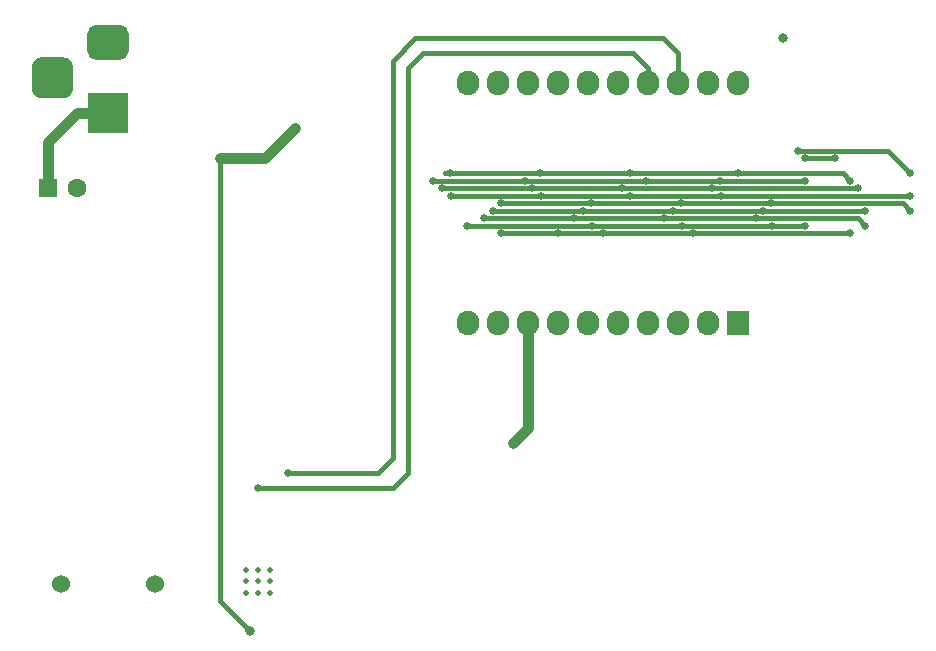
<source format=gbr>
%TF.GenerationSoftware,KiCad,Pcbnew,5.1.8+dfsg1-1+b1*%
%TF.CreationDate,2021-07-06T16:13:43-05:00*%
%TF.ProjectId,mqtt-thermocouple,6d717474-2d74-4686-9572-6d6f636f7570,A*%
%TF.SameCoordinates,Original*%
%TF.FileFunction,Copper,L2,Bot*%
%TF.FilePolarity,Positive*%
%FSLAX46Y46*%
G04 Gerber Fmt 4.6, Leading zero omitted, Abs format (unit mm)*
G04 Created by KiCad (PCBNEW 5.1.8+dfsg1-1+b1) date 2021-07-06 16:13:43*
%MOMM*%
%LPD*%
G01*
G04 APERTURE LIST*
%TA.AperFunction,ComponentPad*%
%ADD10O,1.900000X2.100000*%
%TD*%
%TA.AperFunction,ComponentPad*%
%ADD11R,1.900000X2.100000*%
%TD*%
%TA.AperFunction,ComponentPad*%
%ADD12C,1.524000*%
%TD*%
%TA.AperFunction,ComponentPad*%
%ADD13C,0.500000*%
%TD*%
%TA.AperFunction,ComponentPad*%
%ADD14C,1.600000*%
%TD*%
%TA.AperFunction,ComponentPad*%
%ADD15R,1.600000X1.600000*%
%TD*%
%TA.AperFunction,ComponentPad*%
%ADD16R,3.500000X3.500000*%
%TD*%
%TA.AperFunction,ViaPad*%
%ADD17C,0.800000*%
%TD*%
%TA.AperFunction,ViaPad*%
%ADD18C,0.635000*%
%TD*%
%TA.AperFunction,Conductor*%
%ADD19C,0.889000*%
%TD*%
%TA.AperFunction,Conductor*%
%ADD20C,0.381000*%
%TD*%
G04 APERTURE END LIST*
D10*
%TO.P,A1,11*%
%TO.N,GND*%
X93980000Y-50800000D03*
%TO.P,A1,10*%
X93980000Y-71120000D03*
%TO.P,A1,12*%
%TO.N,N/C*%
X96520000Y-50800000D03*
%TO.P,A1,9*%
X96520000Y-71120000D03*
%TO.P,A1,13*%
%TO.N,+3V3*%
X99060000Y-50800000D03*
%TO.P,A1,8*%
%TO.N,+5V*%
X99060000Y-71120000D03*
%TO.P,A1,14*%
%TO.N,Net-(A1-Pad14)*%
X101600000Y-50800000D03*
%TO.P,A1,7*%
%TO.N,MOSI*%
X101600000Y-71120000D03*
%TO.P,A1,15*%
%TO.N,N/C*%
X104140000Y-50800000D03*
%TO.P,A1,6*%
%TO.N,/display/~CS~*%
X104140000Y-71120000D03*
%TO.P,A1,16*%
%TO.N,N/C*%
X106680000Y-50800000D03*
%TO.P,A1,5*%
%TO.N,SCK*%
X106680000Y-71120000D03*
%TO.P,A1,17*%
%TO.N,SDA*%
X109220000Y-50800000D03*
%TO.P,A1,4*%
%TO.N,Net-(A1-Pad1)*%
X109220000Y-71120000D03*
%TO.P,A1,18*%
%TO.N,SCL*%
X111760000Y-50800000D03*
%TO.P,A1,3*%
%TO.N,N/C*%
X111760000Y-71120000D03*
%TO.P,A1,19*%
X114300000Y-50800000D03*
%TO.P,A1,2*%
X114300000Y-71120000D03*
%TO.P,A1,20*%
X116840000Y-50800000D03*
D11*
%TO.P,A1,1*%
%TO.N,Net-(A1-Pad1)*%
X116840000Y-71120000D03*
%TD*%
D12*
%TO.P,TC1,2*%
%TO.N,Net-(TC1-Pad2)*%
X59550300Y-93218000D03*
%TO.P,TC1,1*%
%TO.N,Net-(TC1-Pad1)*%
X67449700Y-93218000D03*
%TD*%
D13*
%TO.P,U1,30*%
%TO.N,Net-(U1-Pad21)*%
X77200000Y-93980000D03*
%TO.P,U1,29*%
X76200000Y-93980000D03*
%TO.P,U1,28*%
X75200000Y-93980000D03*
%TO.P,U1,27*%
X77200000Y-92980000D03*
%TO.P,U1,26*%
X76200000Y-92980000D03*
%TO.P,U1,24*%
X77200000Y-91980000D03*
%TO.P,U1,23*%
X76200000Y-91980000D03*
%TO.P,U1,22*%
X75200000Y-91980000D03*
%TO.P,U1,25*%
X75200000Y-92980000D03*
%TD*%
D14*
%TO.P,C1,2*%
%TO.N,GND*%
X60920000Y-59690000D03*
D15*
%TO.P,C1,1*%
%TO.N,Net-(C1-Pad1)*%
X58420000Y-59690000D03*
%TD*%
%TO.P,J1,3*%
%TO.N,N/C*%
%TA.AperFunction,ComponentPad*%
G36*
G01*
X57925000Y-48590000D02*
X59675000Y-48590000D01*
G75*
G02*
X60550000Y-49465000I0J-875000D01*
G01*
X60550000Y-51215000D01*
G75*
G02*
X59675000Y-52090000I-875000J0D01*
G01*
X57925000Y-52090000D01*
G75*
G02*
X57050000Y-51215000I0J875000D01*
G01*
X57050000Y-49465000D01*
G75*
G02*
X57925000Y-48590000I875000J0D01*
G01*
G37*
%TD.AperFunction*%
%TO.P,J1,2*%
%TO.N,GND*%
%TA.AperFunction,ComponentPad*%
G36*
G01*
X62500000Y-45840000D02*
X64500000Y-45840000D01*
G75*
G02*
X65250000Y-46590000I0J-750000D01*
G01*
X65250000Y-48090000D01*
G75*
G02*
X64500000Y-48840000I-750000J0D01*
G01*
X62500000Y-48840000D01*
G75*
G02*
X61750000Y-48090000I0J750000D01*
G01*
X61750000Y-46590000D01*
G75*
G02*
X62500000Y-45840000I750000J0D01*
G01*
G37*
%TD.AperFunction*%
D16*
%TO.P,J1,1*%
%TO.N,Net-(C1-Pad1)*%
X63500000Y-53340000D03*
%TD*%
D17*
%TO.N,GND*%
X120650000Y-46990000D03*
%TO.N,+5V*%
X97790000Y-81280000D03*
%TO.N,+3V3*%
X75565000Y-97155000D03*
X73025000Y-57150000D03*
X79375000Y-54610000D03*
D18*
%TO.N,SDA*%
X76200000Y-85090000D03*
%TO.N,SCL*%
X78740000Y-83820000D03*
%TO.N,/display/SEG2*%
X91059000Y-59055000D03*
X115316000Y-59055000D03*
X109093000Y-59055000D03*
X98806000Y-59055000D03*
X122555000Y-59055000D03*
%TO.N,/display/SEG3*%
X92499000Y-58377000D03*
X100076000Y-58420000D03*
X107696000Y-58420000D03*
X116840000Y-58420000D03*
X126365000Y-59055000D03*
%TO.N,/display/SEG0*%
X93929200Y-62865000D03*
X119761000Y-62865000D03*
X104444800Y-62865000D03*
X112115600Y-62865000D03*
X122555000Y-62865000D03*
%TO.N,/display/SEG8*%
X95351600Y-62230000D03*
X102997000Y-62230000D03*
X110617000Y-62230000D03*
X118364000Y-62230000D03*
X127635000Y-62865000D03*
%TO.N,/display/SEG7*%
X112014000Y-60960000D03*
X119634000Y-60960000D03*
X96799400Y-60960000D03*
X104394000Y-60960000D03*
X131445000Y-61595000D03*
%TO.N,/display/SEG1*%
X105410000Y-63500000D03*
X96799400Y-63500000D03*
X113030000Y-63500000D03*
X101600000Y-63500000D03*
X126365000Y-63500000D03*
%TO.N,/display/SEG6*%
X96139000Y-61595000D03*
X111379000Y-61595000D03*
X103759000Y-61595000D03*
X118999000Y-61595000D03*
X127635000Y-61595000D03*
%TO.N,/display/SEG5*%
X115443000Y-60325000D03*
X92506800Y-60325000D03*
X100203000Y-60325000D03*
X107696000Y-60325000D03*
X131445000Y-60325000D03*
%TO.N,/display/SEG4*%
X114681000Y-59690000D03*
X107061000Y-59690000D03*
X99441000Y-59690000D03*
X91821000Y-59690000D03*
X127000000Y-59690000D03*
%TO.N,/display/~CS~*%
X121920000Y-56515000D03*
X131445000Y-58420000D03*
%TO.N,SCK*%
X122555000Y-57150000D03*
X125095000Y-57150000D03*
%TD*%
D19*
%TO.N,+5V*%
X99060000Y-80010000D02*
X97790000Y-81280000D01*
X99060000Y-71120000D02*
X99060000Y-80010000D01*
D20*
%TO.N,+3V3*%
X73025000Y-78740000D02*
X73025000Y-94615000D01*
X73025000Y-94615000D02*
X75565000Y-97155000D01*
X73025000Y-78740000D02*
X73025000Y-57150000D01*
D19*
X76835000Y-57150000D02*
X73025000Y-57150000D01*
X79375000Y-54610000D02*
X76835000Y-57150000D01*
%TO.N,Net-(C1-Pad1)*%
X58420000Y-55781000D02*
X58420000Y-59690000D01*
X60861000Y-53340000D02*
X58420000Y-55781000D01*
X63500000Y-53340000D02*
X60861000Y-53340000D01*
D20*
%TO.N,SDA*%
X109220000Y-49530000D02*
X109220000Y-50800000D01*
X107950000Y-48260000D02*
X109220000Y-49530000D01*
X90170000Y-48260000D02*
X107950000Y-48260000D01*
X88900000Y-49530000D02*
X90170000Y-48260000D01*
X88900000Y-83820000D02*
X88900000Y-49530000D01*
X87630000Y-85090000D02*
X88900000Y-83820000D01*
X76200000Y-85090000D02*
X87630000Y-85090000D01*
%TO.N,SCL*%
X111760000Y-50800000D02*
X111760000Y-48260000D01*
X111760000Y-48260000D02*
X110490000Y-46990000D01*
X110490000Y-46990000D02*
X89535000Y-46990000D01*
X89535000Y-46990000D02*
X87630000Y-48895000D01*
X87630000Y-48895000D02*
X87630000Y-73660000D01*
X78740000Y-83820000D02*
X86360000Y-83820000D01*
X86360000Y-83820000D02*
X87630000Y-82550000D01*
X87630000Y-82550000D02*
X87630000Y-73660000D01*
%TO.N,/display/SEG2*%
X91059000Y-59055000D02*
X98806000Y-59055000D01*
X109093000Y-59055000D02*
X115316000Y-59055000D01*
X98806000Y-59055000D02*
X109093000Y-59055000D01*
X121920000Y-59055000D02*
X115316000Y-59055000D01*
X122555000Y-59055000D02*
X121920000Y-59055000D01*
%TO.N,/display/SEG3*%
X107696000Y-58420000D02*
X116840000Y-58420000D01*
X92075000Y-58420000D02*
X100076000Y-58420000D01*
X100076000Y-58420000D02*
X107696000Y-58420000D01*
X125730000Y-58420000D02*
X126365000Y-59055000D01*
X116840000Y-58420000D02*
X125730000Y-58420000D01*
%TO.N,/display/SEG0*%
X93929200Y-62865000D02*
X104444800Y-62865000D01*
X112115600Y-62865000D02*
X119761000Y-62865000D01*
X104444800Y-62865000D02*
X112115600Y-62865000D01*
X122555000Y-62865000D02*
X119761000Y-62865000D01*
%TO.N,/display/SEG8*%
X102997000Y-62230000D02*
X110617000Y-62230000D01*
X110617000Y-62230000D02*
X118364000Y-62230000D01*
X95351600Y-62230000D02*
X102997000Y-62230000D01*
X127000000Y-62230000D02*
X127635000Y-62865000D01*
X118364000Y-62230000D02*
X127000000Y-62230000D01*
%TO.N,/display/SEG7*%
X96799400Y-60960000D02*
X104394000Y-60960000D01*
X104394000Y-60960000D02*
X112014000Y-60960000D01*
X112014000Y-60960000D02*
X119634000Y-60960000D01*
X130810000Y-60960000D02*
X131445000Y-61595000D01*
X119634000Y-60960000D02*
X130810000Y-60960000D01*
%TO.N,/display/SEG1*%
X105410000Y-63500000D02*
X113030000Y-63500000D01*
X101600000Y-63500000D02*
X105410000Y-63500000D01*
X96799400Y-63500000D02*
X101600000Y-63500000D01*
X113030000Y-63500000D02*
X119990618Y-63500000D01*
X119990618Y-63500000D02*
X124460000Y-63500000D01*
X124460000Y-63500000D02*
X126365000Y-63500000D01*
%TO.N,/display/SEG6*%
X96139000Y-61595000D02*
X118237000Y-61595000D01*
X118999000Y-61595000D02*
X118237000Y-61595000D01*
X118999000Y-61595000D02*
X125095000Y-61595000D01*
X125095000Y-61595000D02*
X127635000Y-61595000D01*
%TO.N,/display/SEG5*%
X100203000Y-60325000D02*
X107696000Y-60325000D01*
X107696000Y-60325000D02*
X115443000Y-60325000D01*
X92506800Y-60325000D02*
X100203000Y-60325000D01*
X131445000Y-60325000D02*
X115443000Y-60325000D01*
%TO.N,/display/SEG4*%
X91821000Y-59690000D02*
X114681000Y-59690000D01*
X114681000Y-59690000D02*
X127000000Y-59690000D01*
%TO.N,/display/~CS~*%
X129540000Y-56515000D02*
X131445000Y-58420000D01*
X121920000Y-56515000D02*
X129540000Y-56515000D01*
%TO.N,SCK*%
X125095000Y-57150000D02*
X122555000Y-57150000D01*
%TD*%
M02*

</source>
